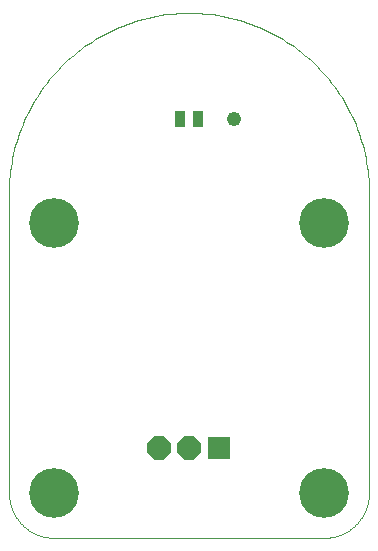
<source format=gts>
G75*
%MOIN*%
%OFA0B0*%
%FSLAX25Y25*%
%IPPOS*%
%LPD*%
%AMOC8*
5,1,8,0,0,1.08239X$1,22.5*
%
%ADD10R,0.03300X0.05800*%
%ADD11C,0.16611*%
%ADD12C,0.00000*%
%ADD13OC8,0.07800*%
%ADD14R,0.07800X0.07800*%
%ADD15C,0.04800*%
D10*
X0058563Y0141000D03*
X0064469Y0141000D03*
D11*
X0106500Y0106500D03*
X0106500Y0016500D03*
X0016500Y0016500D03*
X0016500Y0106500D03*
D12*
X0001500Y0116500D02*
X0001500Y0016500D01*
X0001504Y0016138D01*
X0001518Y0015775D01*
X0001539Y0015413D01*
X0001570Y0015052D01*
X0001609Y0014692D01*
X0001657Y0014333D01*
X0001714Y0013975D01*
X0001779Y0013618D01*
X0001853Y0013263D01*
X0001936Y0012910D01*
X0002027Y0012559D01*
X0002126Y0012211D01*
X0002234Y0011865D01*
X0002350Y0011521D01*
X0002475Y0011181D01*
X0002607Y0010844D01*
X0002748Y0010510D01*
X0002897Y0010179D01*
X0003054Y0009852D01*
X0003218Y0009529D01*
X0003390Y0009210D01*
X0003570Y0008896D01*
X0003758Y0008585D01*
X0003953Y0008280D01*
X0004155Y0007979D01*
X0004365Y0007683D01*
X0004581Y0007393D01*
X0004805Y0007107D01*
X0005035Y0006827D01*
X0005272Y0006553D01*
X0005516Y0006285D01*
X0005766Y0006022D01*
X0006022Y0005766D01*
X0006285Y0005516D01*
X0006553Y0005272D01*
X0006827Y0005035D01*
X0007107Y0004805D01*
X0007393Y0004581D01*
X0007683Y0004365D01*
X0007979Y0004155D01*
X0008280Y0003953D01*
X0008585Y0003758D01*
X0008896Y0003570D01*
X0009210Y0003390D01*
X0009529Y0003218D01*
X0009852Y0003054D01*
X0010179Y0002897D01*
X0010510Y0002748D01*
X0010844Y0002607D01*
X0011181Y0002475D01*
X0011521Y0002350D01*
X0011865Y0002234D01*
X0012211Y0002126D01*
X0012559Y0002027D01*
X0012910Y0001936D01*
X0013263Y0001853D01*
X0013618Y0001779D01*
X0013975Y0001714D01*
X0014333Y0001657D01*
X0014692Y0001609D01*
X0015052Y0001570D01*
X0015413Y0001539D01*
X0015775Y0001518D01*
X0016138Y0001504D01*
X0016500Y0001500D01*
X0106500Y0001500D01*
X0106862Y0001504D01*
X0107225Y0001518D01*
X0107587Y0001539D01*
X0107948Y0001570D01*
X0108308Y0001609D01*
X0108667Y0001657D01*
X0109025Y0001714D01*
X0109382Y0001779D01*
X0109737Y0001853D01*
X0110090Y0001936D01*
X0110441Y0002027D01*
X0110789Y0002126D01*
X0111135Y0002234D01*
X0111479Y0002350D01*
X0111819Y0002475D01*
X0112156Y0002607D01*
X0112490Y0002748D01*
X0112821Y0002897D01*
X0113148Y0003054D01*
X0113471Y0003218D01*
X0113790Y0003390D01*
X0114104Y0003570D01*
X0114415Y0003758D01*
X0114720Y0003953D01*
X0115021Y0004155D01*
X0115317Y0004365D01*
X0115607Y0004581D01*
X0115893Y0004805D01*
X0116173Y0005035D01*
X0116447Y0005272D01*
X0116715Y0005516D01*
X0116978Y0005766D01*
X0117234Y0006022D01*
X0117484Y0006285D01*
X0117728Y0006553D01*
X0117965Y0006827D01*
X0118195Y0007107D01*
X0118419Y0007393D01*
X0118635Y0007683D01*
X0118845Y0007979D01*
X0119047Y0008280D01*
X0119242Y0008585D01*
X0119430Y0008896D01*
X0119610Y0009210D01*
X0119782Y0009529D01*
X0119946Y0009852D01*
X0120103Y0010179D01*
X0120252Y0010510D01*
X0120393Y0010844D01*
X0120525Y0011181D01*
X0120650Y0011521D01*
X0120766Y0011865D01*
X0120874Y0012211D01*
X0120973Y0012559D01*
X0121064Y0012910D01*
X0121147Y0013263D01*
X0121221Y0013618D01*
X0121286Y0013975D01*
X0121343Y0014333D01*
X0121391Y0014692D01*
X0121430Y0015052D01*
X0121461Y0015413D01*
X0121482Y0015775D01*
X0121496Y0016138D01*
X0121500Y0016500D01*
X0121500Y0116500D01*
X0121482Y0117961D01*
X0121429Y0119421D01*
X0121340Y0120880D01*
X0121216Y0122336D01*
X0121056Y0123788D01*
X0120861Y0125236D01*
X0120630Y0126679D01*
X0120365Y0128116D01*
X0120065Y0129546D01*
X0119730Y0130968D01*
X0119360Y0132382D01*
X0118956Y0133786D01*
X0118518Y0135180D01*
X0118046Y0136563D01*
X0117541Y0137934D01*
X0117002Y0139292D01*
X0116431Y0140637D01*
X0115827Y0141967D01*
X0115191Y0143283D01*
X0114523Y0144582D01*
X0113823Y0145865D01*
X0113092Y0147130D01*
X0112331Y0148378D01*
X0111540Y0149606D01*
X0110719Y0150815D01*
X0109869Y0152003D01*
X0108990Y0153170D01*
X0108083Y0154316D01*
X0107148Y0155439D01*
X0106186Y0156539D01*
X0105198Y0157615D01*
X0104184Y0158667D01*
X0103144Y0159694D01*
X0102080Y0160695D01*
X0100992Y0161671D01*
X0099880Y0162619D01*
X0098746Y0163540D01*
X0097589Y0164433D01*
X0096412Y0165297D01*
X0095213Y0166133D01*
X0093994Y0166939D01*
X0092756Y0167716D01*
X0091500Y0168462D01*
X0090226Y0169177D01*
X0088935Y0169861D01*
X0087627Y0170513D01*
X0086304Y0171133D01*
X0084966Y0171721D01*
X0083615Y0172276D01*
X0082250Y0172798D01*
X0080873Y0173286D01*
X0079484Y0173741D01*
X0078085Y0174162D01*
X0076676Y0174549D01*
X0075258Y0174901D01*
X0073832Y0175219D01*
X0072398Y0175502D01*
X0070958Y0175750D01*
X0069513Y0175963D01*
X0068062Y0176140D01*
X0066608Y0176282D01*
X0065151Y0176389D01*
X0063691Y0176460D01*
X0062231Y0176496D01*
X0060769Y0176496D01*
X0059309Y0176460D01*
X0057849Y0176389D01*
X0056392Y0176282D01*
X0054938Y0176140D01*
X0053487Y0175963D01*
X0052042Y0175750D01*
X0050602Y0175502D01*
X0049168Y0175219D01*
X0047742Y0174901D01*
X0046324Y0174549D01*
X0044915Y0174162D01*
X0043516Y0173741D01*
X0042127Y0173286D01*
X0040750Y0172798D01*
X0039385Y0172276D01*
X0038034Y0171721D01*
X0036696Y0171133D01*
X0035373Y0170513D01*
X0034065Y0169861D01*
X0032774Y0169177D01*
X0031500Y0168462D01*
X0030244Y0167716D01*
X0029006Y0166939D01*
X0027787Y0166133D01*
X0026588Y0165297D01*
X0025411Y0164433D01*
X0024254Y0163540D01*
X0023120Y0162619D01*
X0022008Y0161671D01*
X0020920Y0160695D01*
X0019856Y0159694D01*
X0018816Y0158667D01*
X0017802Y0157615D01*
X0016814Y0156539D01*
X0015852Y0155439D01*
X0014917Y0154316D01*
X0014010Y0153170D01*
X0013131Y0152003D01*
X0012281Y0150815D01*
X0011460Y0149606D01*
X0010669Y0148378D01*
X0009908Y0147130D01*
X0009177Y0145865D01*
X0008477Y0144582D01*
X0007809Y0143283D01*
X0007173Y0141967D01*
X0006569Y0140637D01*
X0005998Y0139292D01*
X0005459Y0137934D01*
X0004954Y0136563D01*
X0004482Y0135180D01*
X0004044Y0133786D01*
X0003640Y0132382D01*
X0003270Y0130968D01*
X0002935Y0129546D01*
X0002635Y0128116D01*
X0002370Y0126679D01*
X0002139Y0125236D01*
X0001944Y0123788D01*
X0001784Y0122336D01*
X0001660Y0120880D01*
X0001571Y0119421D01*
X0001518Y0117961D01*
X0001500Y0116500D01*
D13*
X0051500Y0031500D03*
X0061500Y0031500D03*
D14*
X0071500Y0031500D03*
D15*
X0076500Y0141000D03*
M02*

</source>
